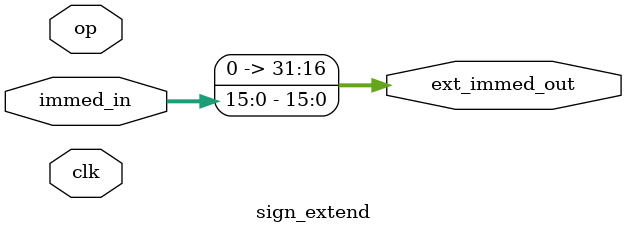
<source format=v>
/*
	Title: Sign Extend
	Author: Selene (Computer System and Architecture Lab, ICE, CYCU)
	
	Input Port
		1. immed_in: Ū�J����sign extend���
	Output Port
		1. ext_immed_out: ��X�w����sign extend���
*/
module sign_extend( clk, op, immed_in, ext_immed_out );
  input clk ;
	input[31:0] op ;
	input[15:0] immed_in;
	output [31:0] ext_immed_out;
	
	parameter BEQ = 6'd4; 
  parameter LW = 6'd35; 
  parameter SW = 6'd43;
	

		assign ext_immed_out = { 16'b0, immed_in } ;
	
	
endmodule

</source>
